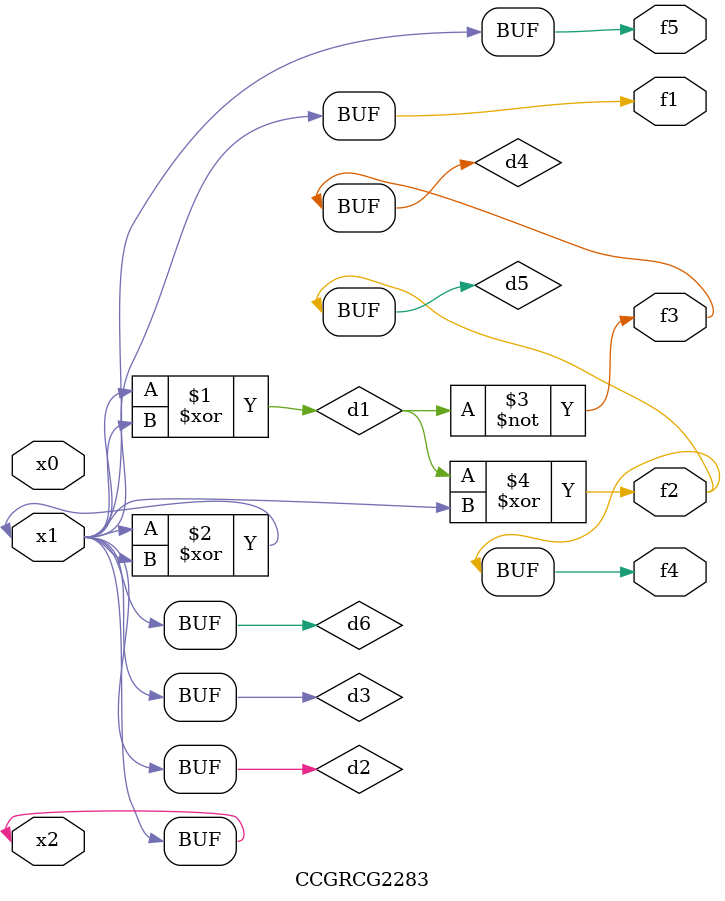
<source format=v>
module CCGRCG2283(
	input x0, x1, x2,
	output f1, f2, f3, f4, f5
);

	wire d1, d2, d3, d4, d5, d6;

	xor (d1, x1, x2);
	buf (d2, x1, x2);
	xor (d3, x1, x2);
	nor (d4, d1);
	xor (d5, d1, d2);
	buf (d6, d2, d3);
	assign f1 = d6;
	assign f2 = d5;
	assign f3 = d4;
	assign f4 = d5;
	assign f5 = d6;
endmodule

</source>
